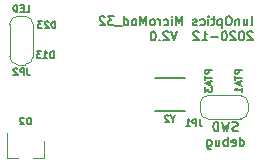
<source format=gbo>
%TF.GenerationSoftware,KiCad,Pcbnew,(5.1.5)-3*%
%TF.CreationDate,2020-12-17T07:42:55+01:00*%
%TF.ProjectId,TeensyMM,5465656e-7379-44d4-9d2e-6b696361645f,rev?*%
%TF.SameCoordinates,Original*%
%TF.FileFunction,Legend,Bot*%
%TF.FilePolarity,Positive*%
%FSLAX46Y46*%
G04 Gerber Fmt 4.6, Leading zero omitted, Abs format (unit mm)*
G04 Created by KiCad (PCBNEW (5.1.5)-3) date 2020-12-17 07:42:55*
%MOMM*%
%LPD*%
G04 APERTURE LIST*
%ADD10C,0.127000*%
%ADD11C,0.120000*%
G04 APERTURE END LIST*
D10*
X142235464Y-57431214D02*
X142308035Y-57394928D01*
X142344321Y-57322357D01*
X142344321Y-56669214D01*
X141618607Y-56923214D02*
X141618607Y-57431214D01*
X141945178Y-56923214D02*
X141945178Y-57322357D01*
X141908892Y-57394928D01*
X141836321Y-57431214D01*
X141727464Y-57431214D01*
X141654892Y-57394928D01*
X141618607Y-57358642D01*
X141255750Y-56923214D02*
X141255750Y-57431214D01*
X141255750Y-56995785D02*
X141219464Y-56959500D01*
X141146892Y-56923214D01*
X141038035Y-56923214D01*
X140965464Y-56959500D01*
X140929178Y-57032071D01*
X140929178Y-57431214D01*
X140421178Y-56669214D02*
X140276035Y-56669214D01*
X140203464Y-56705500D01*
X140130892Y-56778071D01*
X140094607Y-56923214D01*
X140094607Y-57177214D01*
X140130892Y-57322357D01*
X140203464Y-57394928D01*
X140276035Y-57431214D01*
X140421178Y-57431214D01*
X140493750Y-57394928D01*
X140566321Y-57322357D01*
X140602607Y-57177214D01*
X140602607Y-56923214D01*
X140566321Y-56778071D01*
X140493750Y-56705500D01*
X140421178Y-56669214D01*
X139768035Y-56923214D02*
X139768035Y-57685214D01*
X139768035Y-56959500D02*
X139695464Y-56923214D01*
X139550321Y-56923214D01*
X139477750Y-56959500D01*
X139441464Y-56995785D01*
X139405178Y-57068357D01*
X139405178Y-57286071D01*
X139441464Y-57358642D01*
X139477750Y-57394928D01*
X139550321Y-57431214D01*
X139695464Y-57431214D01*
X139768035Y-57394928D01*
X139187464Y-56923214D02*
X138897178Y-56923214D01*
X139078607Y-56669214D02*
X139078607Y-57322357D01*
X139042321Y-57394928D01*
X138969750Y-57431214D01*
X138897178Y-57431214D01*
X138643178Y-57431214D02*
X138643178Y-56923214D01*
X138643178Y-56669214D02*
X138679464Y-56705500D01*
X138643178Y-56741785D01*
X138606892Y-56705500D01*
X138643178Y-56669214D01*
X138643178Y-56741785D01*
X137953750Y-57394928D02*
X138026321Y-57431214D01*
X138171464Y-57431214D01*
X138244035Y-57394928D01*
X138280321Y-57358642D01*
X138316607Y-57286071D01*
X138316607Y-57068357D01*
X138280321Y-56995785D01*
X138244035Y-56959500D01*
X138171464Y-56923214D01*
X138026321Y-56923214D01*
X137953750Y-56959500D01*
X137663464Y-57394928D02*
X137590892Y-57431214D01*
X137445750Y-57431214D01*
X137373178Y-57394928D01*
X137336892Y-57322357D01*
X137336892Y-57286071D01*
X137373178Y-57213500D01*
X137445750Y-57177214D01*
X137554607Y-57177214D01*
X137627178Y-57140928D01*
X137663464Y-57068357D01*
X137663464Y-57032071D01*
X137627178Y-56959500D01*
X137554607Y-56923214D01*
X137445750Y-56923214D01*
X137373178Y-56959500D01*
X136429750Y-57431214D02*
X136429750Y-56669214D01*
X136175750Y-57213500D01*
X135921750Y-56669214D01*
X135921750Y-57431214D01*
X135558892Y-57431214D02*
X135558892Y-56923214D01*
X135558892Y-56669214D02*
X135595178Y-56705500D01*
X135558892Y-56741785D01*
X135522607Y-56705500D01*
X135558892Y-56669214D01*
X135558892Y-56741785D01*
X134869464Y-57394928D02*
X134942035Y-57431214D01*
X135087178Y-57431214D01*
X135159750Y-57394928D01*
X135196035Y-57358642D01*
X135232321Y-57286071D01*
X135232321Y-57068357D01*
X135196035Y-56995785D01*
X135159750Y-56959500D01*
X135087178Y-56923214D01*
X134942035Y-56923214D01*
X134869464Y-56959500D01*
X134542892Y-57431214D02*
X134542892Y-56923214D01*
X134542892Y-57068357D02*
X134506607Y-56995785D01*
X134470321Y-56959500D01*
X134397750Y-56923214D01*
X134325178Y-56923214D01*
X133962321Y-57431214D02*
X134034892Y-57394928D01*
X134071178Y-57358642D01*
X134107464Y-57286071D01*
X134107464Y-57068357D01*
X134071178Y-56995785D01*
X134034892Y-56959500D01*
X133962321Y-56923214D01*
X133853464Y-56923214D01*
X133780892Y-56959500D01*
X133744607Y-56995785D01*
X133708321Y-57068357D01*
X133708321Y-57286071D01*
X133744607Y-57358642D01*
X133780892Y-57394928D01*
X133853464Y-57431214D01*
X133962321Y-57431214D01*
X133381750Y-57431214D02*
X133381750Y-56669214D01*
X133127750Y-57213500D01*
X132873750Y-56669214D01*
X132873750Y-57431214D01*
X132402035Y-57431214D02*
X132474607Y-57394928D01*
X132510892Y-57358642D01*
X132547178Y-57286071D01*
X132547178Y-57068357D01*
X132510892Y-56995785D01*
X132474607Y-56959500D01*
X132402035Y-56923214D01*
X132293178Y-56923214D01*
X132220607Y-56959500D01*
X132184321Y-56995785D01*
X132148035Y-57068357D01*
X132148035Y-57286071D01*
X132184321Y-57358642D01*
X132220607Y-57394928D01*
X132293178Y-57431214D01*
X132402035Y-57431214D01*
X131494892Y-57431214D02*
X131494892Y-56669214D01*
X131494892Y-57394928D02*
X131567464Y-57431214D01*
X131712607Y-57431214D01*
X131785178Y-57394928D01*
X131821464Y-57358642D01*
X131857750Y-57286071D01*
X131857750Y-57068357D01*
X131821464Y-56995785D01*
X131785178Y-56959500D01*
X131712607Y-56923214D01*
X131567464Y-56923214D01*
X131494892Y-56959500D01*
X131313464Y-57503785D02*
X130732892Y-57503785D01*
X130624035Y-56669214D02*
X130152321Y-56669214D01*
X130406321Y-56959500D01*
X130297464Y-56959500D01*
X130224892Y-56995785D01*
X130188607Y-57032071D01*
X130152321Y-57104642D01*
X130152321Y-57286071D01*
X130188607Y-57358642D01*
X130224892Y-57394928D01*
X130297464Y-57431214D01*
X130515178Y-57431214D01*
X130587750Y-57394928D01*
X130624035Y-57358642D01*
X129862035Y-56741785D02*
X129825750Y-56705500D01*
X129753178Y-56669214D01*
X129571750Y-56669214D01*
X129499178Y-56705500D01*
X129462892Y-56741785D01*
X129426607Y-56814357D01*
X129426607Y-56886928D01*
X129462892Y-56995785D01*
X129898321Y-57431214D01*
X129426607Y-57431214D01*
X142380607Y-58011785D02*
X142344321Y-57975500D01*
X142271750Y-57939214D01*
X142090321Y-57939214D01*
X142017750Y-57975500D01*
X141981464Y-58011785D01*
X141945178Y-58084357D01*
X141945178Y-58156928D01*
X141981464Y-58265785D01*
X142416892Y-58701214D01*
X141945178Y-58701214D01*
X141473464Y-57939214D02*
X141400892Y-57939214D01*
X141328321Y-57975500D01*
X141292035Y-58011785D01*
X141255750Y-58084357D01*
X141219464Y-58229500D01*
X141219464Y-58410928D01*
X141255750Y-58556071D01*
X141292035Y-58628642D01*
X141328321Y-58664928D01*
X141400892Y-58701214D01*
X141473464Y-58701214D01*
X141546035Y-58664928D01*
X141582321Y-58628642D01*
X141618607Y-58556071D01*
X141654892Y-58410928D01*
X141654892Y-58229500D01*
X141618607Y-58084357D01*
X141582321Y-58011785D01*
X141546035Y-57975500D01*
X141473464Y-57939214D01*
X140929178Y-58011785D02*
X140892892Y-57975500D01*
X140820321Y-57939214D01*
X140638892Y-57939214D01*
X140566321Y-57975500D01*
X140530035Y-58011785D01*
X140493750Y-58084357D01*
X140493750Y-58156928D01*
X140530035Y-58265785D01*
X140965464Y-58701214D01*
X140493750Y-58701214D01*
X140022035Y-57939214D02*
X139949464Y-57939214D01*
X139876892Y-57975500D01*
X139840607Y-58011785D01*
X139804321Y-58084357D01*
X139768035Y-58229500D01*
X139768035Y-58410928D01*
X139804321Y-58556071D01*
X139840607Y-58628642D01*
X139876892Y-58664928D01*
X139949464Y-58701214D01*
X140022035Y-58701214D01*
X140094607Y-58664928D01*
X140130892Y-58628642D01*
X140167178Y-58556071D01*
X140203464Y-58410928D01*
X140203464Y-58229500D01*
X140167178Y-58084357D01*
X140130892Y-58011785D01*
X140094607Y-57975500D01*
X140022035Y-57939214D01*
X139441464Y-58410928D02*
X138860892Y-58410928D01*
X138098892Y-58701214D02*
X138534321Y-58701214D01*
X138316607Y-58701214D02*
X138316607Y-57939214D01*
X138389178Y-58048071D01*
X138461750Y-58120642D01*
X138534321Y-58156928D01*
X137808607Y-58011785D02*
X137772321Y-57975500D01*
X137699750Y-57939214D01*
X137518321Y-57939214D01*
X137445750Y-57975500D01*
X137409464Y-58011785D01*
X137373178Y-58084357D01*
X137373178Y-58156928D01*
X137409464Y-58265785D01*
X137844892Y-58701214D01*
X137373178Y-58701214D01*
X135994321Y-57939214D02*
X135740321Y-58701214D01*
X135486321Y-57939214D01*
X135268607Y-58011785D02*
X135232321Y-57975500D01*
X135159750Y-57939214D01*
X134978321Y-57939214D01*
X134905750Y-57975500D01*
X134869464Y-58011785D01*
X134833178Y-58084357D01*
X134833178Y-58156928D01*
X134869464Y-58265785D01*
X135304892Y-58701214D01*
X134833178Y-58701214D01*
X134506607Y-58628642D02*
X134470321Y-58664928D01*
X134506607Y-58701214D01*
X134542892Y-58664928D01*
X134506607Y-58628642D01*
X134506607Y-58701214D01*
X133998607Y-57939214D02*
X133926035Y-57939214D01*
X133853464Y-57975500D01*
X133817178Y-58011785D01*
X133780892Y-58084357D01*
X133744607Y-58229500D01*
X133744607Y-58410928D01*
X133780892Y-58556071D01*
X133817178Y-58628642D01*
X133853464Y-58664928D01*
X133926035Y-58701214D01*
X133998607Y-58701214D01*
X134071178Y-58664928D01*
X134107464Y-58628642D01*
X134143750Y-58556071D01*
X134180035Y-58410928D01*
X134180035Y-58229500D01*
X134143750Y-58084357D01*
X134107464Y-58011785D01*
X134071178Y-57975500D01*
X133998607Y-57939214D01*
X141115142Y-66343348D02*
X141006285Y-66379634D01*
X140824857Y-66379634D01*
X140752285Y-66343348D01*
X140716000Y-66307062D01*
X140679714Y-66234491D01*
X140679714Y-66161920D01*
X140716000Y-66089348D01*
X140752285Y-66053062D01*
X140824857Y-66016777D01*
X140970000Y-65980491D01*
X141042571Y-65944205D01*
X141078857Y-65907920D01*
X141115142Y-65835348D01*
X141115142Y-65762777D01*
X141078857Y-65690205D01*
X141042571Y-65653920D01*
X140970000Y-65617634D01*
X140788571Y-65617634D01*
X140679714Y-65653920D01*
X140425714Y-65617634D02*
X140244285Y-66379634D01*
X140099142Y-65835348D01*
X139954000Y-66379634D01*
X139772571Y-65617634D01*
X139482285Y-66379634D02*
X139482285Y-65617634D01*
X139300857Y-65617634D01*
X139192000Y-65653920D01*
X139119428Y-65726491D01*
X139083142Y-65799062D01*
X139046857Y-65944205D01*
X139046857Y-66053062D01*
X139083142Y-66198205D01*
X139119428Y-66270777D01*
X139192000Y-66343348D01*
X139300857Y-66379634D01*
X139482285Y-66379634D01*
X141278428Y-67649634D02*
X141278428Y-66887634D01*
X141278428Y-67613348D02*
X141351000Y-67649634D01*
X141496142Y-67649634D01*
X141568714Y-67613348D01*
X141605000Y-67577062D01*
X141641285Y-67504491D01*
X141641285Y-67286777D01*
X141605000Y-67214205D01*
X141568714Y-67177920D01*
X141496142Y-67141634D01*
X141351000Y-67141634D01*
X141278428Y-67177920D01*
X140625285Y-67613348D02*
X140697857Y-67649634D01*
X140843000Y-67649634D01*
X140915571Y-67613348D01*
X140951857Y-67540777D01*
X140951857Y-67250491D01*
X140915571Y-67177920D01*
X140843000Y-67141634D01*
X140697857Y-67141634D01*
X140625285Y-67177920D01*
X140589000Y-67250491D01*
X140589000Y-67323062D01*
X140951857Y-67395634D01*
X140262428Y-67649634D02*
X140262428Y-66887634D01*
X140262428Y-67177920D02*
X140189857Y-67141634D01*
X140044714Y-67141634D01*
X139972142Y-67177920D01*
X139935857Y-67214205D01*
X139899571Y-67286777D01*
X139899571Y-67504491D01*
X139935857Y-67577062D01*
X139972142Y-67613348D01*
X140044714Y-67649634D01*
X140189857Y-67649634D01*
X140262428Y-67613348D01*
X139246428Y-67141634D02*
X139246428Y-67649634D01*
X139573000Y-67141634D02*
X139573000Y-67540777D01*
X139536714Y-67613348D01*
X139464142Y-67649634D01*
X139355285Y-67649634D01*
X139282714Y-67613348D01*
X139246428Y-67577062D01*
X138557000Y-67141634D02*
X138557000Y-67758491D01*
X138593285Y-67831062D01*
X138629571Y-67867348D01*
X138702142Y-67903634D01*
X138811000Y-67903634D01*
X138883571Y-67867348D01*
X138557000Y-67613348D02*
X138629571Y-67649634D01*
X138774714Y-67649634D01*
X138847285Y-67613348D01*
X138883571Y-67577062D01*
X138919857Y-67504491D01*
X138919857Y-67286777D01*
X138883571Y-67214205D01*
X138847285Y-67177920D01*
X138774714Y-67141634D01*
X138629571Y-67141634D01*
X138557000Y-67177920D01*
X141488280Y-61198880D02*
X140904080Y-61198880D01*
X140904080Y-61421433D01*
X140931900Y-61477071D01*
X140959719Y-61504890D01*
X141015357Y-61532709D01*
X141098814Y-61532709D01*
X141154452Y-61504890D01*
X141182271Y-61477071D01*
X141210090Y-61421433D01*
X141210090Y-61198880D01*
X140904080Y-61699623D02*
X140904080Y-62033452D01*
X141488280Y-61866538D02*
X140904080Y-61866538D01*
X141321366Y-62200366D02*
X141321366Y-62478557D01*
X141488280Y-62144728D02*
X140904080Y-62339461D01*
X141488280Y-62534195D01*
X141488280Y-63034938D02*
X141488280Y-62701109D01*
X141488280Y-62868023D02*
X140904080Y-62868023D01*
X140987538Y-62812385D01*
X141043176Y-62756747D01*
X141070995Y-62701109D01*
X138948280Y-61198880D02*
X138364080Y-61198880D01*
X138364080Y-61421433D01*
X138391900Y-61477071D01*
X138419719Y-61504890D01*
X138475357Y-61532709D01*
X138558814Y-61532709D01*
X138614452Y-61504890D01*
X138642271Y-61477071D01*
X138670090Y-61421433D01*
X138670090Y-61198880D01*
X138364080Y-61699623D02*
X138364080Y-62033452D01*
X138948280Y-61866538D02*
X138364080Y-61866538D01*
X138781366Y-62200366D02*
X138781366Y-62478557D01*
X138948280Y-62144728D02*
X138364080Y-62339461D01*
X138948280Y-62534195D01*
X138364080Y-62673290D02*
X138364080Y-63034938D01*
X138586633Y-62840204D01*
X138586633Y-62923661D01*
X138614452Y-62979300D01*
X138642271Y-63007119D01*
X138697909Y-63034938D01*
X138837004Y-63034938D01*
X138892642Y-63007119D01*
X138920461Y-62979300D01*
X138948280Y-62923661D01*
X138948280Y-62756747D01*
X138920461Y-62701109D01*
X138892642Y-62673290D01*
X123184557Y-56271280D02*
X123462747Y-56271280D01*
X123462747Y-55687080D01*
X122989823Y-55965271D02*
X122795090Y-55965271D01*
X122711633Y-56271280D02*
X122989823Y-56271280D01*
X122989823Y-55687080D01*
X122711633Y-55687080D01*
X122461261Y-56271280D02*
X122461261Y-55687080D01*
X122322166Y-55687080D01*
X122238709Y-55714900D01*
X122183071Y-55770538D01*
X122155252Y-55826176D01*
X122127433Y-55937452D01*
X122127433Y-56020909D01*
X122155252Y-56132185D01*
X122183071Y-56187823D01*
X122238709Y-56243461D01*
X122322166Y-56271280D01*
X122461261Y-56271280D01*
X125550385Y-60208280D02*
X125550385Y-59624080D01*
X125411290Y-59624080D01*
X125327833Y-59651900D01*
X125272195Y-59707538D01*
X125244376Y-59763176D01*
X125216557Y-59874452D01*
X125216557Y-59957909D01*
X125244376Y-60069185D01*
X125272195Y-60124823D01*
X125327833Y-60180461D01*
X125411290Y-60208280D01*
X125550385Y-60208280D01*
X124660176Y-60208280D02*
X124994004Y-60208280D01*
X124827090Y-60208280D02*
X124827090Y-59624080D01*
X124882728Y-59707538D01*
X124938366Y-59763176D01*
X124994004Y-59790995D01*
X124465442Y-59624080D02*
X124103795Y-59624080D01*
X124298528Y-59846633D01*
X124215071Y-59846633D01*
X124159433Y-59874452D01*
X124131614Y-59902271D01*
X124103795Y-59957909D01*
X124103795Y-60097004D01*
X124131614Y-60152642D01*
X124159433Y-60180461D01*
X124215071Y-60208280D01*
X124381985Y-60208280D01*
X124437623Y-60180461D01*
X124465442Y-60152642D01*
X125677385Y-57668280D02*
X125677385Y-57084080D01*
X125538290Y-57084080D01*
X125454833Y-57111900D01*
X125399195Y-57167538D01*
X125371376Y-57223176D01*
X125343557Y-57334452D01*
X125343557Y-57417909D01*
X125371376Y-57529185D01*
X125399195Y-57584823D01*
X125454833Y-57640461D01*
X125538290Y-57668280D01*
X125677385Y-57668280D01*
X125121004Y-57139719D02*
X125093185Y-57111900D01*
X125037547Y-57084080D01*
X124898452Y-57084080D01*
X124842814Y-57111900D01*
X124814995Y-57139719D01*
X124787176Y-57195357D01*
X124787176Y-57250995D01*
X124814995Y-57334452D01*
X125148823Y-57668280D01*
X124787176Y-57668280D01*
X124592442Y-57084080D02*
X124230795Y-57084080D01*
X124425528Y-57306633D01*
X124342071Y-57306633D01*
X124286433Y-57334452D01*
X124258614Y-57362271D01*
X124230795Y-57417909D01*
X124230795Y-57557004D01*
X124258614Y-57612642D01*
X124286433Y-57640461D01*
X124342071Y-57668280D01*
X124508985Y-57668280D01*
X124564623Y-57640461D01*
X124592442Y-57612642D01*
D11*
%TO.C,JP1*%
X141379400Y-63363600D02*
X138579400Y-63363600D01*
X137929400Y-64063600D02*
X137929400Y-64663600D01*
X138579400Y-65363600D02*
X141379400Y-65363600D01*
X142029400Y-64663600D02*
X142029400Y-64063600D01*
X142029400Y-64063600D02*
G75*
G03X141329400Y-63363600I-700000J0D01*
G01*
X141329400Y-65363600D02*
G75*
G03X142029400Y-64663600I0J700000D01*
G01*
X137929400Y-64663600D02*
G75*
G03X138629400Y-65363600I700000J0D01*
G01*
X138629400Y-63363600D02*
G75*
G03X137929400Y-64063600I0J-700000D01*
G01*
D10*
%TO.C,Y2*%
X134157400Y-61851400D02*
X136657400Y-61851400D01*
X136657400Y-64691400D02*
X134157400Y-64691400D01*
D11*
%TO.C,D2*%
X124744600Y-68695600D02*
X124744600Y-67235600D01*
X121584600Y-68695600D02*
X121584600Y-66535600D01*
X121584600Y-68695600D02*
X122514600Y-68695600D01*
X124744600Y-68695600D02*
X123814600Y-68695600D01*
%TO.C,JP2*%
X123109000Y-60754000D02*
G75*
G03X123809000Y-60054000I0J700000D01*
G01*
X121809000Y-60054000D02*
G75*
G03X122509000Y-60754000I700000J0D01*
G01*
X122509000Y-56654000D02*
G75*
G03X121809000Y-57354000I0J-700000D01*
G01*
X123809000Y-57354000D02*
G75*
G03X123109000Y-56654000I-700000J0D01*
G01*
X123809000Y-60104000D02*
X123809000Y-57304000D01*
X123109000Y-56654000D02*
X122509000Y-56654000D01*
X121809000Y-57304000D02*
X121809000Y-60104000D01*
X122509000Y-60754000D02*
X123109000Y-60754000D01*
%TD*%
%TO.C,JP1*%
D10*
X137905913Y-65394960D02*
X137905913Y-65812246D01*
X137933732Y-65895703D01*
X137989370Y-65951341D01*
X138072827Y-65979160D01*
X138128465Y-65979160D01*
X137627722Y-65979160D02*
X137627722Y-65394960D01*
X137405170Y-65394960D01*
X137349532Y-65422780D01*
X137321713Y-65450599D01*
X137293894Y-65506237D01*
X137293894Y-65589694D01*
X137321713Y-65645332D01*
X137349532Y-65673151D01*
X137405170Y-65700970D01*
X137627722Y-65700970D01*
X136737513Y-65979160D02*
X137071341Y-65979160D01*
X136904427Y-65979160D02*
X136904427Y-65394960D01*
X136960065Y-65478418D01*
X137015703Y-65534056D01*
X137071341Y-65561875D01*
%TO.C,Y2*%
X135625590Y-65365490D02*
X135625590Y-65643680D01*
X135820323Y-65059480D02*
X135625590Y-65365490D01*
X135430857Y-65059480D01*
X135263942Y-65115119D02*
X135236123Y-65087300D01*
X135180485Y-65059480D01*
X135041390Y-65059480D01*
X134985752Y-65087300D01*
X134957933Y-65115119D01*
X134930114Y-65170757D01*
X134930114Y-65226395D01*
X134957933Y-65309852D01*
X135291761Y-65643680D01*
X134930114Y-65643680D01*
%TO.C,D2*%
X123595795Y-65821680D02*
X123595795Y-65237480D01*
X123456700Y-65237480D01*
X123373242Y-65265300D01*
X123317604Y-65320938D01*
X123289785Y-65376576D01*
X123261966Y-65487852D01*
X123261966Y-65571309D01*
X123289785Y-65682585D01*
X123317604Y-65738223D01*
X123373242Y-65793861D01*
X123456700Y-65821680D01*
X123595795Y-65821680D01*
X123039414Y-65293119D02*
X123011595Y-65265300D01*
X122955957Y-65237480D01*
X122816861Y-65237480D01*
X122761223Y-65265300D01*
X122733404Y-65293119D01*
X122705585Y-65348757D01*
X122705585Y-65404395D01*
X122733404Y-65487852D01*
X123067233Y-65821680D01*
X122705585Y-65821680D01*
%TO.C,JP2*%
X123295833Y-61071880D02*
X123295833Y-61489166D01*
X123323652Y-61572623D01*
X123379290Y-61628261D01*
X123462747Y-61656080D01*
X123518385Y-61656080D01*
X123017642Y-61656080D02*
X123017642Y-61071880D01*
X122795090Y-61071880D01*
X122739452Y-61099700D01*
X122711633Y-61127519D01*
X122683814Y-61183157D01*
X122683814Y-61266614D01*
X122711633Y-61322252D01*
X122739452Y-61350071D01*
X122795090Y-61377890D01*
X123017642Y-61377890D01*
X122461261Y-61127519D02*
X122433442Y-61099700D01*
X122377804Y-61071880D01*
X122238709Y-61071880D01*
X122183071Y-61099700D01*
X122155252Y-61127519D01*
X122127433Y-61183157D01*
X122127433Y-61238795D01*
X122155252Y-61322252D01*
X122489080Y-61656080D01*
X122127433Y-61656080D01*
%TD*%
M02*

</source>
